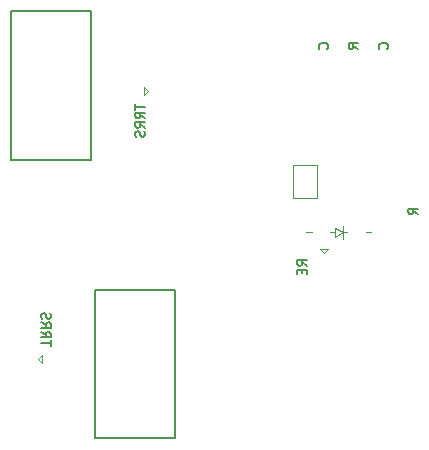
<source format=gbr>
%TF.GenerationSoftware,KiCad,Pcbnew,7.0.5*%
%TF.CreationDate,2024-01-16T16:22:41+08:00*%
%TF.ProjectId,ZeroMini,5a65726f-4d69-46e6-992e-6b696361645f,rev?*%
%TF.SameCoordinates,Original*%
%TF.FileFunction,Legend,Bot*%
%TF.FilePolarity,Positive*%
%FSLAX46Y46*%
G04 Gerber Fmt 4.6, Leading zero omitted, Abs format (unit mm)*
G04 Created by KiCad (PCBNEW 7.0.5) date 2024-01-16 16:22:41*
%MOMM*%
%LPD*%
G01*
G04 APERTURE LIST*
%ADD10C,0.150000*%
%ADD11C,0.120000*%
%ADD12C,0.100000*%
G04 APERTURE END LIST*
D10*
%TO.C,J12*%
X176702104Y-43037619D02*
X176740200Y-42999523D01*
X176740200Y-42999523D02*
X176778295Y-42885238D01*
X176778295Y-42885238D02*
X176778295Y-42809047D01*
X176778295Y-42809047D02*
X176740200Y-42694761D01*
X176740200Y-42694761D02*
X176664009Y-42618571D01*
X176664009Y-42618571D02*
X176587819Y-42580476D01*
X176587819Y-42580476D02*
X176435438Y-42542380D01*
X176435438Y-42542380D02*
X176321152Y-42542380D01*
X176321152Y-42542380D02*
X176168771Y-42580476D01*
X176168771Y-42580476D02*
X176092580Y-42618571D01*
X176092580Y-42618571D02*
X176016390Y-42694761D01*
X176016390Y-42694761D02*
X175978295Y-42809047D01*
X175978295Y-42809047D02*
X175978295Y-42885238D01*
X175978295Y-42885238D02*
X176016390Y-42999523D01*
X176016390Y-42999523D02*
X176054485Y-43037619D01*
X179318295Y-43037619D02*
X178937342Y-42770952D01*
X179318295Y-42580476D02*
X178518295Y-42580476D01*
X178518295Y-42580476D02*
X178518295Y-42885238D01*
X178518295Y-42885238D02*
X178556390Y-42961428D01*
X178556390Y-42961428D02*
X178594485Y-42999523D01*
X178594485Y-42999523D02*
X178670676Y-43037619D01*
X178670676Y-43037619D02*
X178784961Y-43037619D01*
X178784961Y-43037619D02*
X178861152Y-42999523D01*
X178861152Y-42999523D02*
X178899247Y-42961428D01*
X178899247Y-42961428D02*
X178937342Y-42885238D01*
X178937342Y-42885238D02*
X178937342Y-42580476D01*
X181782104Y-43037619D02*
X181820200Y-42999523D01*
X181820200Y-42999523D02*
X181858295Y-42885238D01*
X181858295Y-42885238D02*
X181858295Y-42809047D01*
X181858295Y-42809047D02*
X181820200Y-42694761D01*
X181820200Y-42694761D02*
X181744009Y-42618571D01*
X181744009Y-42618571D02*
X181667819Y-42580476D01*
X181667819Y-42580476D02*
X181515438Y-42542380D01*
X181515438Y-42542380D02*
X181401152Y-42542380D01*
X181401152Y-42542380D02*
X181248771Y-42580476D01*
X181248771Y-42580476D02*
X181172580Y-42618571D01*
X181172580Y-42618571D02*
X181096390Y-42694761D01*
X181096390Y-42694761D02*
X181058295Y-42809047D01*
X181058295Y-42809047D02*
X181058295Y-42885238D01*
X181058295Y-42885238D02*
X181096390Y-42999523D01*
X181096390Y-42999523D02*
X181134485Y-43037619D01*
%TO.C,J1*%
X153307704Y-68162523D02*
X153307704Y-67705380D01*
X152507704Y-67933952D02*
X153307704Y-67933952D01*
X152507704Y-66981570D02*
X152888657Y-67248237D01*
X152507704Y-67438713D02*
X153307704Y-67438713D01*
X153307704Y-67438713D02*
X153307704Y-67133951D01*
X153307704Y-67133951D02*
X153269609Y-67057761D01*
X153269609Y-67057761D02*
X153231514Y-67019666D01*
X153231514Y-67019666D02*
X153155323Y-66981570D01*
X153155323Y-66981570D02*
X153041038Y-66981570D01*
X153041038Y-66981570D02*
X152964847Y-67019666D01*
X152964847Y-67019666D02*
X152926752Y-67057761D01*
X152926752Y-67057761D02*
X152888657Y-67133951D01*
X152888657Y-67133951D02*
X152888657Y-67438713D01*
X152507704Y-66181570D02*
X152888657Y-66448237D01*
X152507704Y-66638713D02*
X153307704Y-66638713D01*
X153307704Y-66638713D02*
X153307704Y-66333951D01*
X153307704Y-66333951D02*
X153269609Y-66257761D01*
X153269609Y-66257761D02*
X153231514Y-66219666D01*
X153231514Y-66219666D02*
X153155323Y-66181570D01*
X153155323Y-66181570D02*
X153041038Y-66181570D01*
X153041038Y-66181570D02*
X152964847Y-66219666D01*
X152964847Y-66219666D02*
X152926752Y-66257761D01*
X152926752Y-66257761D02*
X152888657Y-66333951D01*
X152888657Y-66333951D02*
X152888657Y-66638713D01*
X152545800Y-65876809D02*
X152507704Y-65762523D01*
X152507704Y-65762523D02*
X152507704Y-65572047D01*
X152507704Y-65572047D02*
X152545800Y-65495856D01*
X152545800Y-65495856D02*
X152583895Y-65457761D01*
X152583895Y-65457761D02*
X152660085Y-65419666D01*
X152660085Y-65419666D02*
X152736276Y-65419666D01*
X152736276Y-65419666D02*
X152812466Y-65457761D01*
X152812466Y-65457761D02*
X152850561Y-65495856D01*
X152850561Y-65495856D02*
X152888657Y-65572047D01*
X152888657Y-65572047D02*
X152926752Y-65724428D01*
X152926752Y-65724428D02*
X152964847Y-65800618D01*
X152964847Y-65800618D02*
X153002942Y-65838713D01*
X153002942Y-65838713D02*
X153079133Y-65876809D01*
X153079133Y-65876809D02*
X153155323Y-65876809D01*
X153155323Y-65876809D02*
X153231514Y-65838713D01*
X153231514Y-65838713D02*
X153269609Y-65800618D01*
X153269609Y-65800618D02*
X153307704Y-65724428D01*
X153307704Y-65724428D02*
X153307704Y-65533951D01*
X153307704Y-65533951D02*
X153269609Y-65419666D01*
%TO.C,J10*%
X184388295Y-57031619D02*
X184007342Y-56764952D01*
X184388295Y-56574476D02*
X183588295Y-56574476D01*
X183588295Y-56574476D02*
X183588295Y-56879238D01*
X183588295Y-56879238D02*
X183626390Y-56955428D01*
X183626390Y-56955428D02*
X183664485Y-56993523D01*
X183664485Y-56993523D02*
X183740676Y-57031619D01*
X183740676Y-57031619D02*
X183854961Y-57031619D01*
X183854961Y-57031619D02*
X183931152Y-56993523D01*
X183931152Y-56993523D02*
X183969247Y-56955428D01*
X183969247Y-56955428D02*
X184007342Y-56879238D01*
X184007342Y-56879238D02*
X184007342Y-56574476D01*
%TO.C,J1*%
X160448295Y-47723476D02*
X160448295Y-48180619D01*
X161248295Y-47952047D02*
X160448295Y-47952047D01*
X161248295Y-48904429D02*
X160867342Y-48637762D01*
X161248295Y-48447286D02*
X160448295Y-48447286D01*
X160448295Y-48447286D02*
X160448295Y-48752048D01*
X160448295Y-48752048D02*
X160486390Y-48828238D01*
X160486390Y-48828238D02*
X160524485Y-48866333D01*
X160524485Y-48866333D02*
X160600676Y-48904429D01*
X160600676Y-48904429D02*
X160714961Y-48904429D01*
X160714961Y-48904429D02*
X160791152Y-48866333D01*
X160791152Y-48866333D02*
X160829247Y-48828238D01*
X160829247Y-48828238D02*
X160867342Y-48752048D01*
X160867342Y-48752048D02*
X160867342Y-48447286D01*
X161248295Y-49704429D02*
X160867342Y-49437762D01*
X161248295Y-49247286D02*
X160448295Y-49247286D01*
X160448295Y-49247286D02*
X160448295Y-49552048D01*
X160448295Y-49552048D02*
X160486390Y-49628238D01*
X160486390Y-49628238D02*
X160524485Y-49666333D01*
X160524485Y-49666333D02*
X160600676Y-49704429D01*
X160600676Y-49704429D02*
X160714961Y-49704429D01*
X160714961Y-49704429D02*
X160791152Y-49666333D01*
X160791152Y-49666333D02*
X160829247Y-49628238D01*
X160829247Y-49628238D02*
X160867342Y-49552048D01*
X160867342Y-49552048D02*
X160867342Y-49247286D01*
X161210200Y-50009190D02*
X161248295Y-50123476D01*
X161248295Y-50123476D02*
X161248295Y-50313952D01*
X161248295Y-50313952D02*
X161210200Y-50390143D01*
X161210200Y-50390143D02*
X161172104Y-50428238D01*
X161172104Y-50428238D02*
X161095914Y-50466333D01*
X161095914Y-50466333D02*
X161019723Y-50466333D01*
X161019723Y-50466333D02*
X160943533Y-50428238D01*
X160943533Y-50428238D02*
X160905438Y-50390143D01*
X160905438Y-50390143D02*
X160867342Y-50313952D01*
X160867342Y-50313952D02*
X160829247Y-50161571D01*
X160829247Y-50161571D02*
X160791152Y-50085381D01*
X160791152Y-50085381D02*
X160753057Y-50047286D01*
X160753057Y-50047286D02*
X160676866Y-50009190D01*
X160676866Y-50009190D02*
X160600676Y-50009190D01*
X160600676Y-50009190D02*
X160524485Y-50047286D01*
X160524485Y-50047286D02*
X160486390Y-50085381D01*
X160486390Y-50085381D02*
X160448295Y-50161571D01*
X160448295Y-50161571D02*
X160448295Y-50352048D01*
X160448295Y-50352048D02*
X160486390Y-50466333D01*
%TO.C,J11*%
X174978295Y-61389714D02*
X174597342Y-61123047D01*
X174978295Y-60932571D02*
X174178295Y-60932571D01*
X174178295Y-60932571D02*
X174178295Y-61237333D01*
X174178295Y-61237333D02*
X174216390Y-61313523D01*
X174216390Y-61313523D02*
X174254485Y-61351618D01*
X174254485Y-61351618D02*
X174330676Y-61389714D01*
X174330676Y-61389714D02*
X174444961Y-61389714D01*
X174444961Y-61389714D02*
X174521152Y-61351618D01*
X174521152Y-61351618D02*
X174559247Y-61313523D01*
X174559247Y-61313523D02*
X174597342Y-61237333D01*
X174597342Y-61237333D02*
X174597342Y-60932571D01*
X174559247Y-61732571D02*
X174559247Y-61999237D01*
X174978295Y-62113523D02*
X174978295Y-61732571D01*
X174978295Y-61732571D02*
X174178295Y-61732571D01*
X174178295Y-61732571D02*
X174178295Y-62113523D01*
%TO.C,T1*%
X163806200Y-76016000D02*
X163806200Y-63443000D01*
X163806200Y-63443000D02*
X157049800Y-63443000D01*
X157049800Y-76016000D02*
X163806200Y-76016000D01*
X157049800Y-76016000D02*
X157049800Y-63443000D01*
X149949800Y-39870000D02*
X149949800Y-52443000D01*
X149949800Y-52443000D02*
X156706200Y-52443000D01*
X156706200Y-39870000D02*
X149949800Y-39870000D01*
X156706200Y-39870000D02*
X156706200Y-52443000D01*
D11*
%TO.C,J1*%
X152570000Y-69643000D02*
X152220000Y-69293000D01*
X152570000Y-68943000D02*
X152570000Y-69643000D01*
X152570000Y-68943000D02*
X152220000Y-69293000D01*
X161186000Y-46243000D02*
X161536000Y-46593000D01*
X161186000Y-46943000D02*
X161186000Y-46243000D01*
X161186000Y-46943000D02*
X161536000Y-46593000D01*
%TO.C,D1*%
X180446000Y-58584000D02*
X179986000Y-58584000D01*
D12*
X178411600Y-58584000D02*
X178011600Y-58584000D01*
X178011600Y-58584000D02*
X178011600Y-59134000D01*
X178011600Y-58584000D02*
X178011600Y-58034000D01*
X178011600Y-58584000D02*
X177411600Y-58184000D01*
X177411600Y-58984000D02*
X178011600Y-58584000D01*
X177411600Y-58584000D02*
X176911600Y-58584000D01*
X177411600Y-58184000D02*
X177411600Y-58984000D01*
D11*
X174906000Y-58584000D02*
X175386000Y-58584000D01*
%TO.C,J11*%
X176766000Y-60004000D02*
X176416000Y-60354000D01*
X176066000Y-60004000D02*
X176766000Y-60004000D01*
X176066000Y-60004000D02*
X176416000Y-60354000D01*
%TO.C,JP1*%
X175856000Y-52834000D02*
X173856000Y-52834000D01*
X173856000Y-52834000D02*
X173856000Y-55634000D01*
X175856000Y-55634000D02*
X175856000Y-52834000D01*
X173856000Y-55634000D02*
X175856000Y-55634000D01*
%TD*%
M02*

</source>
